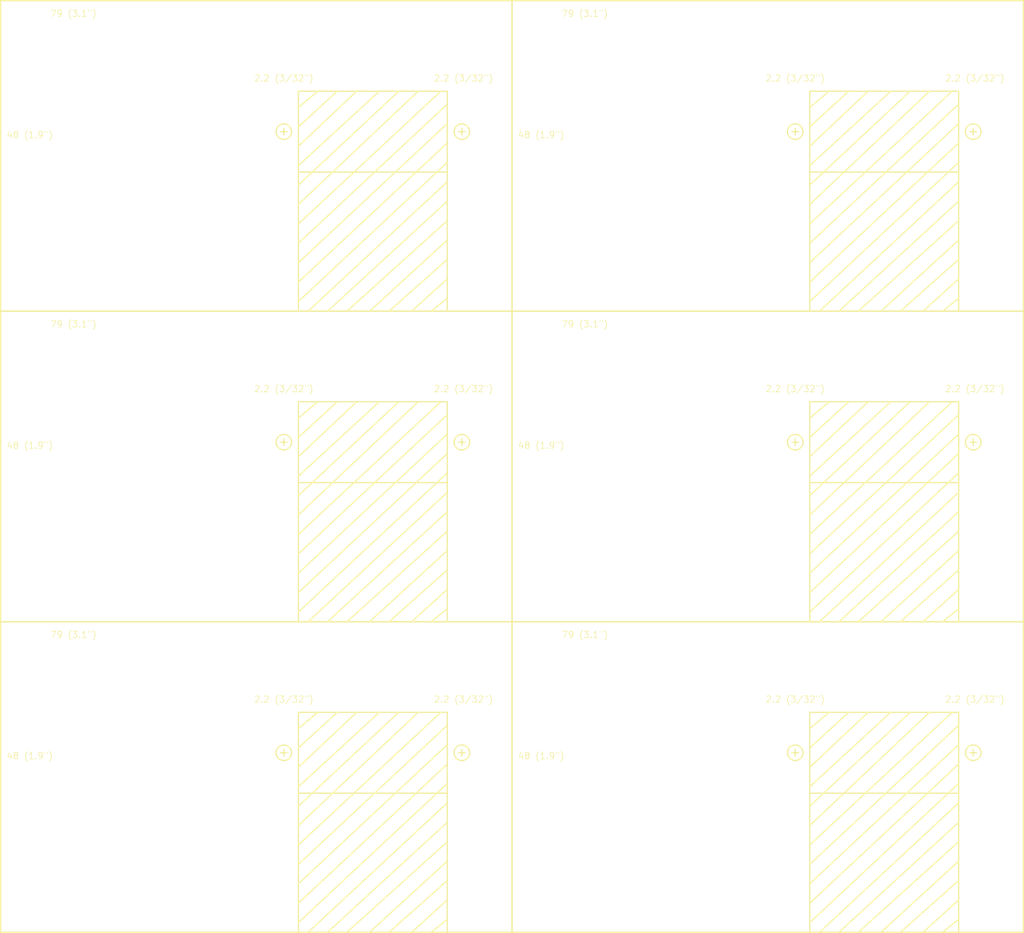
<source format=kicad_pcb>
(kicad_pcb (version 20171130) (host pcbnew "(5.0.0-rc2-dev-444-g2974a2c10)")

  (general
    (thickness 1.6)
    (drawings 532)
    (tracks 0)
    (zones 0)
    (modules 0)
    (nets 1)
  )

  (page USLetter)
  (title_block
    (title MCC_panels)
    (date 2020-04-23)
    (rev v00)
    (company "Cedar Grove Studios")
  )

  (layers
    (0 F.Cu signal)
    (31 B.Cu signal)
    (32 B.Adhes user hide)
    (33 F.Adhes user hide)
    (34 B.Paste user)
    (35 F.Paste user hide)
    (36 B.SilkS user)
    (37 F.SilkS user)
    (38 B.Mask user)
    (39 F.Mask user)
    (40 Dwgs.User user)
    (41 Cmts.User user hide)
    (42 Eco1.User user hide)
    (43 Eco2.User user hide)
    (44 Edge.Cuts user)
    (45 Margin user hide)
    (46 B.CrtYd user)
    (47 F.CrtYd user)
    (48 B.Fab user hide)
    (49 F.Fab user hide)
  )

  (setup
    (last_trace_width 0.1524)
    (trace_clearance 0.1524)
    (zone_clearance 0.254)
    (zone_45_only yes)
    (trace_min 0.1524)
    (segment_width 0.2)
    (edge_width 0.1)
    (via_size 0.6858)
    (via_drill 0.3302)
    (via_min_size 0.6858)
    (via_min_drill 0.3302)
    (uvia_size 0.6858)
    (uvia_drill 0.3302)
    (uvias_allowed no)
    (uvia_min_size 0.6858)
    (uvia_min_drill 0.3302)
    (pcb_text_width 0.3)
    (pcb_text_size 1.5 1.5)
    (mod_edge_width 0.15)
    (mod_text_size 1 1)
    (mod_text_width 0.15)
    (pad_size 1.5 1.5)
    (pad_drill 0.6)
    (pad_to_mask_clearance 0.0508)
    (aux_axis_origin 0 0)
    (visible_elements 7FFFFFFF)
    (pcbplotparams
      (layerselection 0x010fc_ffffffff)
      (usegerberextensions true)
      (usegerberattributes false)
      (usegerberadvancedattributes false)
      (creategerberjobfile false)
      (excludeedgelayer true)
      (linewidth 0.078740)
      (plotframeref false)
      (viasonmask false)
      (mode 1)
      (useauxorigin false)
      (hpglpennumber 1)
      (hpglpenspeed 20)
      (hpglpendiameter 0)
      (psnegative false)
      (psa4output false)
      (plotreference true)
      (plotvalue true)
      (plotinvisibletext false)
      (padsonsilk false)
      (subtractmaskfromsilk false)
      (outputformat 1)
      (mirror false)
      (drillshape 0)
      (scaleselection 1)
      (outputdirectory 2019-04-06_Range_Slicer_PCB-gerbers/))
  )

  (net 0 "")

  (net_class Default "This is the default net class."
    (clearance 0.1524)
    (trace_width 0.1524)
    (via_dia 0.6858)
    (via_drill 0.3302)
    (uvia_dia 0.6858)
    (uvia_drill 0.3302)
    (diff_pair_gap 0.1524)
    (diff_pair_width 0.1524)
  )

  (net_class Power ""
    (clearance 0.254)
    (trace_width 0.254)
    (via_dia 1.016)
    (via_drill 0.508)
    (uvia_dia 0.6858)
    (uvia_drill 0.3302)
    (diff_pair_gap 0.1524)
    (diff_pair_width 0.1524)
  )

  (gr_line (start 108.5 169) (end 187.5 169) (layer Dwgs.User) (width 0.2) (tstamp 5EA20ABA))
  (gr_line (start 108.5 169) (end 187.5 169) (layer F.SilkS) (width 0.2) (tstamp 5EA20AC9))
  (gr_line (start 187.5 169) (end 187.5 147.5) (layer Dwgs.User) (width 0.2) (tstamp 5EA20AB8))
  (gr_line (start 187.5 169) (end 187.5 121) (layer F.SilkS) (width 0.2) (tstamp 5EA20AC7))
  (gr_line (start 187.5 169) (end 108.5 169) (layer F.SilkS) (width 0.2) (tstamp 5EA20B06))
  (gr_line (start 75.5 152.5) (end 94 135) (layer F.SilkS) (width 0.2) (tstamp 5EA20BCC))
  (gr_line (start 75.5 158.5) (end 98.5 137) (layer F.SilkS) (width 0.2) (tstamp 5EA20BCB))
  (gr_line (start 75.5 146.5) (end 88 135) (layer F.SilkS) (width 0.2) (tstamp 5EA20BCA))
  (gr_line (start 75.5 149.5) (end 91 135) (layer F.SilkS) (width 0.2) (tstamp 5EA20BC9))
  (gr_line (start 75.5 161.5) (end 98.5 140) (layer F.SilkS) (width 0.2) (tstamp 5EA20BC8))
  (gr_line (start 75.5 155.5) (end 97.5 135) (layer F.SilkS) (width 0.2) (tstamp 5EA20BC7))
  (gr_line (start 75.5 164.5) (end 98.5 143) (layer F.SilkS) (width 0.2) (tstamp 5EA20BC6))
  (gr_line (start 75.5 140.5) (end 81.5 135) (layer F.SilkS) (width 0.2) (tstamp 5EA20BC5))
  (gr_line (start 75.5 143.5) (end 84.5 135) (layer F.SilkS) (width 0.2) (tstamp 5EA20BC4))
  (gr_text "2.2 (3/32\")" (at 180 133) (layer F.SilkS) (tstamp 5EA20BC1)
    (effects (font (size 1 1) (thickness 0.1)))
  )
  (gr_text "79 (3.1\")" (at 119.75 123) (layer F.SilkS) (tstamp 5EA20BC0)
    (effects (font (size 1 1) (thickness 0.1)))
  )
  (gr_text "2.2 (3/32\")" (at 152.25 133) (layer F.SilkS) (tstamp 5EA20BBF)
    (effects (font (size 1 1) (thickness 0.1)))
  )
  (gr_text "48 (1.9\")" (at 113 141.75) (layer F.SilkS) (tstamp 5EA20BBD)
    (effects (font (size 1 1) (thickness 0.1)))
  )
  (gr_line (start 108.5 169) (end 29.5 169) (layer F.SilkS) (width 0.2) (tstamp 5EA20BA6))
  (gr_line (start 75.5 137.5) (end 78.5 135) (layer F.SilkS) (width 0.2) (tstamp 5EA20B8D))
  (gr_line (start 98.5 149) (end 77 169) (layer F.SilkS) (width 0.2) (tstamp 5EA20B67))
  (gr_line (start 98.5 167) (end 96 169) (layer F.SilkS) (width 0.2) (tstamp 5EA20B66))
  (gr_line (start 98.5 161) (end 89.5 169) (layer F.SilkS) (width 0.2) (tstamp 5EA20B65))
  (gr_line (start 75.5 167.5) (end 98.5 146) (layer F.SilkS) (width 0.2) (tstamp 5EA20B64))
  (gr_line (start 98.5 164) (end 93 169) (layer F.SilkS) (width 0.2) (tstamp 5EA20B63))
  (gr_line (start 98.5 147.5) (end 98.5 169) (layer F.SilkS) (width 0.2) (tstamp 5EA20B62))
  (gr_line (start 98.5 155) (end 83 169) (layer F.SilkS) (width 0.2) (tstamp 5EA20B61))
  (gr_line (start 98.5 158) (end 86.5 169) (layer F.SilkS) (width 0.2) (tstamp 5EA20B60))
  (gr_line (start 98.5 152) (end 80 169) (layer F.SilkS) (width 0.2) (tstamp 5EA20B5F))
  (gr_line (start 75.5 147.5) (end 75.5 169) (layer F.SilkS) (width 0.2) (tstamp 5EA20B5E))
  (gr_text "79 (3.1\")" (at 40.75 123) (layer F.SilkS) (tstamp 5EA20B5D)
    (effects (font (size 1 1) (thickness 0.1)))
  )
  (gr_text "2.2 (3/32\")" (at 101 133) (layer F.SilkS) (tstamp 5EA20B5C)
    (effects (font (size 1 1) (thickness 0.1)))
  )
  (gr_text "48 (1.9\")" (at 34 141.75) (layer F.SilkS) (tstamp 5EA20B5B)
    (effects (font (size 1 1) (thickness 0.1)))
  )
  (gr_text "2.2 (3/32\")" (at 73.25 133) (layer F.SilkS) (tstamp 5EA20B5A)
    (effects (font (size 1 1) (thickness 0.1)))
  )
  (gr_line (start 29.5 169) (end 108.5 169) (layer Dwgs.User) (width 0.2) (tstamp 5EA20B59))
  (gr_line (start 108.5 147.5) (end 29.5 147.5) (layer Dwgs.User) (width 0.2) (tstamp 5EA20B58))
  (gr_line (start 108.5 121) (end 29.5 121) (layer F.SilkS) (width 0.2) (tstamp 5EA20B57))
  (gr_line (start 108.5 169) (end 108.5 121) (layer F.SilkS) (width 0.2) (tstamp 5EA20B56))
  (gr_line (start 98.5 147.5) (end 98.5 135) (layer Dwgs.User) (width 0.2) (tstamp 5EA20B55))
  (gr_line (start 29.5 147.5) (end 29.5 169) (layer Dwgs.User) (width 0.2) (tstamp 5EA20B54))
  (gr_line (start 108.5 169) (end 108.5 147.5) (layer Dwgs.User) (width 0.2) (tstamp 5EA20B53))
  (gr_line (start 29.5 121) (end 29.5 169) (layer F.SilkS) (width 0.2) (tstamp 5EA20B52))
  (gr_line (start 29.5 169) (end 108.5 169) (layer F.SilkS) (width 0.2) (tstamp 5EA20B51))
  (gr_line (start 98.5 135) (end 75.5 135) (layer Dwgs.User) (width 0.2) (tstamp 5EA20B50))
  (gr_line (start 103.5 135) (end 103.5 147.5) (layer Dwgs.User) (width 0.2) (tstamp 5EA20B4F))
  (gr_line (start 87 135) (end 87 141.25) (layer Dwgs.User) (width 0.2) (tstamp 5EA20B4E))
  (gr_line (start 73.25 140.75) (end 73.25 141.75) (layer Dwgs.User) (width 0.2) (tstamp 5EA20B4D))
  (gr_line (start 98.5 147.5) (end 75.5 147.5) (layer F.SilkS) (width 0.2) (tstamp 5EA20B4C))
  (gr_line (start 75.5 135) (end 75.5 147.5) (layer Dwgs.User) (width 0.2) (tstamp 5EA20B4B))
  (gr_circle (center 73.25 141.25) (end 74.45 141.25) (layer Dwgs.User) (width 0.2) (tstamp 5EA20B4A))
  (gr_circle (center 100.75 141.25) (end 101.95 141.25) (layer Dwgs.User) (width 0.2) (tstamp 5EA20B49))
  (gr_line (start 75.5 135) (end 98.5 135) (layer F.SilkS) (width 0.2) (tstamp 5EA20B48))
  (gr_line (start 100.75 140.75) (end 100.75 141.75) (layer F.SilkS) (width 0.2) (tstamp 5EA20B47))
  (gr_line (start 75.5 147.5) (end 98.5 147.5) (layer Dwgs.User) (width 0.2) (tstamp 5EA20B46))
  (gr_line (start 73.25 141.25) (end 87 141.25) (layer Dwgs.User) (width 0.2) (tstamp 5EA20B45))
  (gr_line (start 98.5 135) (end 98.5 147.5) (layer F.SilkS) (width 0.2) (tstamp 5EA20B44))
  (gr_line (start 103.5 147.5) (end 98.5 147.5) (layer Dwgs.User) (width 0.2) (tstamp 5EA20B43))
  (gr_circle (center 100.75 141.25) (end 101.95 141.25) (layer F.SilkS) (width 0.2) (tstamp 5EA20B42))
  (gr_line (start 87 141.25) (end 87 147.5) (layer Dwgs.User) (width 0.2) (tstamp 5EA20B41))
  (gr_line (start 72.75 141.25) (end 73.75 141.25) (layer F.SilkS) (width 0.2) (tstamp 5EA20B40))
  (gr_line (start 75.5 147.5) (end 75.5 135) (layer F.SilkS) (width 0.2) (tstamp 5EA20B3F))
  (gr_line (start 87 141.25) (end 100.75 141.25) (layer Dwgs.User) (width 0.2) (tstamp 5EA20B3E))
  (gr_circle (center 73.25 141.25) (end 74.45 141.25) (layer F.SilkS) (width 0.2) (tstamp 5EA20B3D))
  (gr_line (start 73.25 140.75) (end 73.25 141.75) (layer F.SilkS) (width 0.2) (tstamp 5EA20B3C))
  (gr_line (start 100.25 141.25) (end 101.25 141.25) (layer F.SilkS) (width 0.2) (tstamp 5EA20B3B))
  (gr_line (start 98.5 135) (end 103.5 135) (layer Dwgs.User) (width 0.2) (tstamp 5EA20B3A))
  (gr_line (start 44 164) (end 41.5 166) (layer Dwgs.User) (width 0.2) (tstamp 5EA20B39))
  (gr_line (start 70.5 147.5) (end 70.5 135) (layer Dwgs.User) (width 0.2) (tstamp 5EA20B38))
  (gr_line (start 44 150) (end 41.5 152) (layer Dwgs.User) (width 0.2) (tstamp 5EA20B37))
  (gr_line (start 70.5 135) (end 75.5 135) (layer Dwgs.User) (width 0.2) (tstamp 5EA20B36))
  (gr_line (start 41.5 159) (end 44 157) (layer Dwgs.User) (width 0.2) (tstamp 5EA20B35))
  (gr_line (start 44 154) (end 41.5 156) (layer Dwgs.User) (width 0.2) (tstamp 5EA20B34))
  (gr_line (start 75.5 147.5) (end 70.5 147.5) (layer Dwgs.User) (width 0.2) (tstamp 5EA20B33))
  (gr_line (start 41.5 150) (end 44 150) (layer Dwgs.User) (width 0.2) (tstamp 5EA20B32))
  (gr_line (start 44 166.5) (end 53 166.5) (layer Dwgs.User) (width 0.2) (tstamp 5EA20B31))
  (gr_line (start 41.5 153) (end 44 151) (layer Dwgs.User) (width 0.2) (tstamp 5EA20B30))
  (gr_line (start 44 156) (end 41.5 158) (layer Dwgs.User) (width 0.2) (tstamp 5EA20B2F))
  (gr_line (start 41.5 166.5) (end 44 166.5) (layer Dwgs.User) (width 0.2) (tstamp 5EA20B2E))
  (gr_line (start 41.5 152) (end 41.5 153) (layer Dwgs.User) (width 0.2) (tstamp 5EA20B2D))
  (gr_line (start 44 150) (end 44 166.5) (layer Dwgs.User) (width 0.2) (tstamp 5EA20B2C))
  (gr_line (start 41.5 157) (end 44 155) (layer Dwgs.User) (width 0.2) (tstamp 5EA20B2B))
  (gr_line (start 44 160) (end 41.5 162) (layer Dwgs.User) (width 0.2) (tstamp 5EA20B2A))
  (gr_line (start 44 150) (end 53 150) (layer Dwgs.User) (width 0.2) (tstamp 5EA20B29))
  (gr_line (start 44 152) (end 41.5 154) (layer Dwgs.User) (width 0.2) (tstamp 5EA20B28))
  (gr_line (start 41.5 163) (end 44 161) (layer Dwgs.User) (width 0.2) (tstamp 5EA20B27))
  (gr_line (start 41.5 147.5) (end 41.5 169) (layer Dwgs.User) (width 0.2) (tstamp 5EA20B26))
  (gr_line (start 41.5 155) (end 44 153) (layer Dwgs.User) (width 0.2) (tstamp 5EA20B25))
  (gr_line (start 44 158) (end 41.5 160) (layer Dwgs.User) (width 0.2) (tstamp 5EA20B24))
  (gr_line (start 41.5 161) (end 44 159) (layer Dwgs.User) (width 0.2) (tstamp 5EA20B23))
  (gr_line (start 154.5 143.5) (end 163.5 135) (layer F.SilkS) (width 0.2) (tstamp 5EA20B21))
  (gr_line (start 154.5 152.5) (end 173 135) (layer F.SilkS) (width 0.2) (tstamp 5EA20B20))
  (gr_line (start 154.5 158.5) (end 177.5 137) (layer F.SilkS) (width 0.2) (tstamp 5EA20B1B))
  (gr_line (start 154.5 155.5) (end 176.5 135) (layer F.SilkS) (width 0.2) (tstamp 5EA20B15))
  (gr_line (start 154.5 149.5) (end 170 135) (layer F.SilkS) (width 0.2) (tstamp 5EA20B13))
  (gr_line (start 154.5 146.5) (end 167 135) (layer F.SilkS) (width 0.2) (tstamp 5EA20B12))
  (gr_line (start 154.5 161.5) (end 177.5 140) (layer F.SilkS) (width 0.2) (tstamp 5EA20B11))
  (gr_line (start 154.5 164.5) (end 177.5 143) (layer F.SilkS) (width 0.2) (tstamp 5EA20B10))
  (gr_line (start 154.5 140.5) (end 160.5 135) (layer F.SilkS) (width 0.2) (tstamp 5EA20B0F))
  (gr_line (start 154.5 137.5) (end 157.5 135) (layer F.SilkS) (width 0.2) (tstamp 5EA20ACC))
  (gr_line (start 152.25 140.75) (end 152.25 141.75) (layer F.SilkS) (width 0.2) (tstamp 5EA20ACB))
  (gr_line (start 177.5 135) (end 182.5 135) (layer Dwgs.User) (width 0.2) (tstamp 5EA20ACA))
  (gr_line (start 177.5 155) (end 162 169) (layer F.SilkS) (width 0.2) (tstamp 5EA20AC8))
  (gr_line (start 108.5 147.5) (end 108.5 169) (layer Dwgs.User) (width 0.2) (tstamp 5EA20AC6))
  (gr_circle (center 179.75 141.25) (end 180.95 141.25) (layer F.SilkS) (width 0.2) (tstamp 5EA20AC5))
  (gr_line (start 177.5 167) (end 175 169) (layer F.SilkS) (width 0.2) (tstamp 5EA20AC4))
  (gr_line (start 182.5 135) (end 182.5 147.5) (layer Dwgs.User) (width 0.2) (tstamp 5EA20AC3))
  (gr_line (start 154.5 135) (end 154.5 147.5) (layer Dwgs.User) (width 0.2) (tstamp 5EA20AC2))
  (gr_line (start 177.5 161) (end 168.5 169) (layer F.SilkS) (width 0.2) (tstamp 5EA20AC1))
  (gr_line (start 177.5 164) (end 172 169) (layer F.SilkS) (width 0.2) (tstamp 5EA20AC0))
  (gr_line (start 177.5 147.5) (end 177.5 169) (layer F.SilkS) (width 0.2) (tstamp 5EA20ABF))
  (gr_line (start 177.5 152) (end 159 169) (layer F.SilkS) (width 0.2) (tstamp 5EA20ABE))
  (gr_line (start 151.75 141.25) (end 152.75 141.25) (layer F.SilkS) (width 0.2) (tstamp 5EA20ABD))
  (gr_circle (center 152.25 141.25) (end 153.45 141.25) (layer Dwgs.User) (width 0.2) (tstamp 5EA20ABC))
  (gr_line (start 154.5 147.5) (end 154.5 169) (layer F.SilkS) (width 0.2) (tstamp 5EA20ABB))
  (gr_circle (center 152.25 141.25) (end 153.45 141.25) (layer F.SilkS) (width 0.2) (tstamp 5EA20AB9))
  (gr_line (start 187.5 147.5) (end 108.5 147.5) (layer Dwgs.User) (width 0.2) (tstamp 5EA20AB7))
  (gr_line (start 179.25 141.25) (end 180.25 141.25) (layer F.SilkS) (width 0.2) (tstamp 5EA20AB6))
  (gr_circle (center 179.75 141.25) (end 180.95 141.25) (layer Dwgs.User) (width 0.2) (tstamp 5EA20AB5))
  (gr_line (start 187.5 121) (end 108.5 121) (layer F.SilkS) (width 0.2) (tstamp 5EA20AB4))
  (gr_line (start 154.5 135) (end 177.5 135) (layer F.SilkS) (width 0.2) (tstamp 5EA20AB3))
  (gr_line (start 166 141.25) (end 179.75 141.25) (layer Dwgs.User) (width 0.2) (tstamp 5EA20AB2))
  (gr_line (start 177.5 147.5) (end 177.5 135) (layer Dwgs.User) (width 0.2) (tstamp 5EA20AB1))
  (gr_line (start 179.75 140.75) (end 179.75 141.75) (layer F.SilkS) (width 0.2) (tstamp 5EA20AB0))
  (gr_line (start 177.5 135) (end 177.5 147.5) (layer F.SilkS) (width 0.2) (tstamp 5EA20AAF))
  (gr_line (start 182.5 147.5) (end 177.5 147.5) (layer Dwgs.User) (width 0.2) (tstamp 5EA20AAE))
  (gr_line (start 123 164) (end 120.5 166) (layer Dwgs.User) (width 0.2) (tstamp 5EA20AAD))
  (gr_line (start 152.25 141.25) (end 166 141.25) (layer Dwgs.User) (width 0.2) (tstamp 5EA20AAC))
  (gr_line (start 166 141.25) (end 166 147.5) (layer Dwgs.User) (width 0.2) (tstamp 5EA20AAB))
  (gr_line (start 154.5 147.5) (end 177.5 147.5) (layer Dwgs.User) (width 0.2) (tstamp 5EA20AAA))
  (gr_line (start 166 135) (end 166 141.25) (layer Dwgs.User) (width 0.2) (tstamp 5EA20AA9))
  (gr_line (start 108.5 121) (end 108.5 169) (layer F.SilkS) (width 0.2) (tstamp 5EA20AA8))
  (gr_line (start 154.5 147.5) (end 154.5 135) (layer F.SilkS) (width 0.2) (tstamp 5EA20AA7))
  (gr_line (start 177.5 158) (end 165.5 169) (layer F.SilkS) (width 0.2) (tstamp 5EA20AA6))
  (gr_line (start 177.5 135) (end 154.5 135) (layer Dwgs.User) (width 0.2) (tstamp 5EA20AA3))
  (gr_line (start 177.5 149) (end 156 169) (layer F.SilkS) (width 0.2) (tstamp 5EA20AA1))
  (gr_line (start 152.25 140.75) (end 152.25 141.75) (layer Dwgs.User) (width 0.2) (tstamp 5EA20AA0))
  (gr_line (start 154.5 167.5) (end 177.5 146) (layer F.SilkS) (width 0.2) (tstamp 5EA20A9F))
  (gr_line (start 177.5 147.5) (end 154.5 147.5) (layer F.SilkS) (width 0.2) (tstamp 5EA20A9E))
  (gr_line (start 120.5 166.5) (end 123 166.5) (layer Dwgs.User) (width 0.2) (tstamp 5EA20A9D))
  (gr_line (start 120.5 161) (end 123 159) (layer Dwgs.User) (width 0.2) (tstamp 5EA20A9C))
  (gr_line (start 120.5 150) (end 123 150) (layer Dwgs.User) (width 0.2) (tstamp 5EA20A9B))
  (gr_line (start 123 150) (end 120.5 152) (layer Dwgs.User) (width 0.2) (tstamp 5EA20A9A))
  (gr_line (start 149.5 147.5) (end 149.5 135) (layer Dwgs.User) (width 0.2) (tstamp 5EA20A99))
  (gr_line (start 149.5 135) (end 154.5 135) (layer Dwgs.User) (width 0.2) (tstamp 5EA20A98))
  (gr_line (start 120.5 152) (end 120.5 153) (layer Dwgs.User) (width 0.2) (tstamp 5EA20A97))
  (gr_line (start 123 152) (end 120.5 154) (layer Dwgs.User) (width 0.2) (tstamp 5EA20A96))
  (gr_line (start 122.5 166.5) (end 123 166) (layer Dwgs.User) (width 0.2) (tstamp 5EA20A95))
  (gr_line (start 120.5 151) (end 121.75 150) (layer Dwgs.User) (width 0.2) (tstamp 5EA20A94))
  (gr_line (start 120.5 153) (end 123 151) (layer Dwgs.User) (width 0.2) (tstamp 5EA20A93))
  (gr_line (start 120.5 159) (end 123 157) (layer Dwgs.User) (width 0.2) (tstamp 5EA20A92))
  (gr_line (start 120.5 147.5) (end 120.5 169) (layer Dwgs.User) (width 0.2) (tstamp 5EA20A91))
  (gr_line (start 123 162) (end 120.5 164) (layer Dwgs.User) (width 0.2) (tstamp 5EA20A90))
  (gr_line (start 120.5 157) (end 123 155) (layer Dwgs.User) (width 0.2) (tstamp 5EA20A8F))
  (gr_line (start 120.5 163) (end 123 161) (layer Dwgs.User) (width 0.2) (tstamp 5EA20A8E))
  (gr_line (start 123 160) (end 120.5 162) (layer Dwgs.User) (width 0.2) (tstamp 5EA20A8D))
  (gr_line (start 154.5 147.5) (end 149.5 147.5) (layer Dwgs.User) (width 0.2) (tstamp 5EA20A8C))
  (gr_line (start 123 166.5) (end 132 166.5) (layer Dwgs.User) (width 0.2) (tstamp 5EA20A8B))
  (gr_line (start 123 158) (end 120.5 160) (layer Dwgs.User) (width 0.2) (tstamp 5EA20A8A))
  (gr_line (start 120.5 165) (end 123 163) (layer Dwgs.User) (width 0.2) (tstamp 5EA20A89))
  (gr_line (start 123 154) (end 120.5 156) (layer Dwgs.User) (width 0.2) (tstamp 5EA20A88))
  (gr_line (start 123 156) (end 120.5 158) (layer Dwgs.User) (width 0.2) (tstamp 5EA20A87))
  (gr_line (start 123 150) (end 123 166.5) (layer Dwgs.User) (width 0.2) (tstamp 5EA20A86))
  (gr_line (start 120.5 155) (end 123 153) (layer Dwgs.User) (width 0.2) (tstamp 5EA20A85))
  (gr_line (start 123 150) (end 132 150) (layer Dwgs.User) (width 0.2) (tstamp 5EA20A84))
  (gr_line (start 121.25 166.5) (end 123 165) (layer Dwgs.User) (width 0.2) (tstamp 5EA20A83))
  (gr_line (start 43.5 166.5) (end 44 166) (layer Dwgs.User) (width 0.2) (tstamp 5EA20A81))
  (gr_line (start 41.5 165) (end 44 163) (layer Dwgs.User) (width 0.2) (tstamp 5EA20A80))
  (gr_line (start 44 162) (end 41.5 164) (layer Dwgs.User) (width 0.2) (tstamp 5EA20A7F))
  (gr_line (start 41.5 151) (end 42.75 150) (layer Dwgs.User) (width 0.2) (tstamp 5EA20A7E))
  (gr_line (start 42.25 166.5) (end 44 165) (layer Dwgs.User) (width 0.2) (tstamp 5EA20A7D))
  (gr_line (start 154.5 56.5) (end 173 39) (layer F.SilkS) (width 0.2) (tstamp 5EA209D4))
  (gr_line (start 154.5 62.5) (end 177.5 41) (layer F.SilkS) (width 0.2) (tstamp 5EA209D3))
  (gr_line (start 154.5 50.5) (end 167 39) (layer F.SilkS) (width 0.2) (tstamp 5EA209D2))
  (gr_line (start 154.5 53.5) (end 170 39) (layer F.SilkS) (width 0.2) (tstamp 5EA209D1))
  (gr_line (start 154.5 65.5) (end 177.5 44) (layer F.SilkS) (width 0.2) (tstamp 5EA209D0))
  (gr_line (start 154.5 59.5) (end 176.5 39) (layer F.SilkS) (width 0.2) (tstamp 5EA209CF))
  (gr_line (start 154.5 68.5) (end 177.5 47) (layer F.SilkS) (width 0.2) (tstamp 5EA209CE))
  (gr_line (start 154.5 44.5) (end 160.5 39) (layer F.SilkS) (width 0.2) (tstamp 5EA209CD))
  (gr_line (start 154.5 47.5) (end 163.5 39) (layer F.SilkS) (width 0.2) (tstamp 5EA209CC))
  (gr_text "48 (1.9\")" (at 113 93.75) (layer F.SilkS) (tstamp 5EA209CB)
    (effects (font (size 1 1) (thickness 0.1)))
  )
  (gr_text "79 (3.1\")" (at 119.75 75) (layer F.SilkS) (tstamp 5EA209CA)
    (effects (font (size 1 1) (thickness 0.1)))
  )
  (gr_text "2.2 (3/32\")" (at 180 85) (layer F.SilkS) (tstamp 5EA209C9)
    (effects (font (size 1 1) (thickness 0.1)))
  )
  (gr_line (start 177.5 104) (end 159 121) (layer F.SilkS) (width 0.2) (tstamp 5EA209C8))
  (gr_line (start 154.5 99.5) (end 154.5 121) (layer F.SilkS) (width 0.2) (tstamp 5EA209C7))
  (gr_line (start 166 87) (end 166 93.25) (layer Dwgs.User) (width 0.2) (tstamp 5EA209C6))
  (gr_line (start 154.5 101.5) (end 170 87) (layer F.SilkS) (width 0.2) (tstamp 5EA209C5))
  (gr_line (start 179.75 92.75) (end 179.75 93.75) (layer F.SilkS) (width 0.2) (tstamp 5EA209C4))
  (gr_line (start 154.5 104.5) (end 173 87) (layer F.SilkS) (width 0.2) (tstamp 5EA209C3))
  (gr_line (start 154.5 110.5) (end 177.5 89) (layer F.SilkS) (width 0.2) (tstamp 5EA209C2))
  (gr_line (start 187.5 99.5) (end 108.5 99.5) (layer Dwgs.User) (width 0.2) (tstamp 5EA209C1))
  (gr_line (start 182.5 99.5) (end 177.5 99.5) (layer Dwgs.User) (width 0.2) (tstamp 5EA209C0))
  (gr_circle (center 179.75 93.25) (end 180.95 93.25) (layer Dwgs.User) (width 0.2) (tstamp 5EA209BF))
  (gr_line (start 152.25 92.75) (end 152.25 93.75) (layer Dwgs.User) (width 0.2) (tstamp 5EA209BE))
  (gr_line (start 154.5 116.5) (end 177.5 95) (layer F.SilkS) (width 0.2) (tstamp 5EA209BD))
  (gr_line (start 177.5 101) (end 156 121) (layer F.SilkS) (width 0.2) (tstamp 5EA209BC))
  (gr_line (start 177.5 119) (end 175 121) (layer F.SilkS) (width 0.2) (tstamp 5EA209BB))
  (gr_line (start 187.5 121) (end 187.5 73) (layer F.SilkS) (width 0.2) (tstamp 5EA209BA))
  (gr_line (start 154.5 119.5) (end 177.5 98) (layer F.SilkS) (width 0.2) (tstamp 5EA209B9))
  (gr_line (start 177.5 107) (end 162 121) (layer F.SilkS) (width 0.2) (tstamp 5EA209B8))
  (gr_circle (center 152.25 93.25) (end 153.45 93.25) (layer Dwgs.User) (width 0.2) (tstamp 5EA209B7))
  (gr_line (start 187.5 73) (end 108.5 73) (layer F.SilkS) (width 0.2) (tstamp 5EA209B6))
  (gr_line (start 108.5 73) (end 108.5 121) (layer F.SilkS) (width 0.2) (tstamp 5EA209B5))
  (gr_line (start 108.5 121) (end 187.5 121) (layer F.SilkS) (width 0.2) (tstamp 5EA209B4))
  (gr_line (start 182.5 87) (end 182.5 99.5) (layer Dwgs.User) (width 0.2) (tstamp 5EA209B3))
  (gr_line (start 177.5 87) (end 177.5 99.5) (layer F.SilkS) (width 0.2) (tstamp 5EA209B2))
  (gr_line (start 154.5 98.5) (end 167 87) (layer F.SilkS) (width 0.2) (tstamp 5EA209B1))
  (gr_line (start 177.5 99.5) (end 177.5 121) (layer F.SilkS) (width 0.2) (tstamp 5EA209B0))
  (gr_line (start 108.5 121) (end 187.5 121) (layer Dwgs.User) (width 0.2) (tstamp 5EA209AF))
  (gr_line (start 154.5 107.5) (end 176.5 87) (layer F.SilkS) (width 0.2) (tstamp 5EA209AE))
  (gr_line (start 177.5 99.5) (end 154.5 99.5) (layer F.SilkS) (width 0.2) (tstamp 5EA209AD))
  (gr_line (start 154.5 92.5) (end 160.5 87) (layer F.SilkS) (width 0.2) (tstamp 5EA209AC))
  (gr_line (start 177.5 110) (end 165.5 121) (layer F.SilkS) (width 0.2) (tstamp 5EA209AB))
  (gr_line (start 177.5 87) (end 154.5 87) (layer Dwgs.User) (width 0.2) (tstamp 5EA209AA))
  (gr_line (start 154.5 87) (end 177.5 87) (layer F.SilkS) (width 0.2) (tstamp 5EA209A9))
  (gr_line (start 152.25 93.25) (end 166 93.25) (layer Dwgs.User) (width 0.2) (tstamp 5EA209A8))
  (gr_line (start 177.5 116) (end 172 121) (layer F.SilkS) (width 0.2) (tstamp 5EA209A7))
  (gr_line (start 154.5 99.5) (end 177.5 99.5) (layer Dwgs.User) (width 0.2) (tstamp 5EA209A6))
  (gr_line (start 108.5 99.5) (end 108.5 121) (layer Dwgs.User) (width 0.2) (tstamp 5EA209A5))
  (gr_line (start 177.5 99.5) (end 177.5 87) (layer Dwgs.User) (width 0.2) (tstamp 5EA209A4))
  (gr_line (start 187.5 121) (end 187.5 99.5) (layer Dwgs.User) (width 0.2) (tstamp 5EA209A3))
  (gr_line (start 177.5 113) (end 168.5 121) (layer F.SilkS) (width 0.2) (tstamp 5EA209A2))
  (gr_line (start 154.5 113.5) (end 177.5 92) (layer F.SilkS) (width 0.2) (tstamp 5EA209A1))
  (gr_line (start 154.5 95.5) (end 163.5 87) (layer F.SilkS) (width 0.2) (tstamp 5EA209A0))
  (gr_line (start 154.5 87) (end 154.5 99.5) (layer Dwgs.User) (width 0.2) (tstamp 5EA2099F))
  (gr_line (start 154.5 89.5) (end 157.5 87) (layer F.SilkS) (width 0.2) (tstamp 5EA2099E))
  (gr_line (start 154.5 41.5) (end 157.5 39) (layer F.SilkS) (width 0.2) (tstamp 5EA2099D))
  (gr_line (start 120.5 103) (end 121.75 102) (layer Dwgs.User) (width 0.2) (tstamp 5EA2099C))
  (gr_line (start 123 108) (end 120.5 110) (layer Dwgs.User) (width 0.2) (tstamp 5EA2099B))
  (gr_line (start 123 106) (end 120.5 108) (layer Dwgs.User) (width 0.2) (tstamp 5EA2099A))
  (gr_line (start 121.25 118.5) (end 123 117) (layer Dwgs.User) (width 0.2) (tstamp 5EA20999))
  (gr_line (start 123 104) (end 120.5 106) (layer Dwgs.User) (width 0.2) (tstamp 5EA20998))
  (gr_line (start 120.5 117) (end 123 115) (layer Dwgs.User) (width 0.2) (tstamp 5EA20997))
  (gr_line (start 120.5 109) (end 123 107) (layer Dwgs.User) (width 0.2) (tstamp 5EA20996))
  (gr_line (start 120.5 104) (end 120.5 105) (layer Dwgs.User) (width 0.2) (tstamp 5EA20995))
  (gr_circle (center 152.25 93.25) (end 153.45 93.25) (layer F.SilkS) (width 0.2) (tstamp 5EA20994))
  (gr_line (start 152.25 92.75) (end 152.25 93.75) (layer F.SilkS) (width 0.2) (tstamp 5EA20993))
  (gr_circle (center 179.75 93.25) (end 180.95 93.25) (layer F.SilkS) (width 0.2) (tstamp 5EA20992))
  (gr_line (start 166 93.25) (end 166 99.5) (layer Dwgs.User) (width 0.2) (tstamp 5EA20991))
  (gr_line (start 149.5 87) (end 154.5 87) (layer Dwgs.User) (width 0.2) (tstamp 5EA20990))
  (gr_line (start 120.5 102) (end 123 102) (layer Dwgs.User) (width 0.2) (tstamp 5EA2098F))
  (gr_line (start 123 114) (end 120.5 116) (layer Dwgs.User) (width 0.2) (tstamp 5EA2098E))
  (gr_line (start 166 93.25) (end 179.75 93.25) (layer Dwgs.User) (width 0.2) (tstamp 5EA2098D))
  (gr_line (start 177.5 87) (end 182.5 87) (layer Dwgs.User) (width 0.2) (tstamp 5EA2098C))
  (gr_line (start 154.5 99.5) (end 154.5 87) (layer F.SilkS) (width 0.2) (tstamp 5EA2098B))
  (gr_line (start 179.25 93.25) (end 180.25 93.25) (layer F.SilkS) (width 0.2) (tstamp 5EA2098A))
  (gr_line (start 123 116) (end 120.5 118) (layer Dwgs.User) (width 0.2) (tstamp 5EA20989))
  (gr_line (start 123 102) (end 123 118.5) (layer Dwgs.User) (width 0.2) (tstamp 5EA20988))
  (gr_line (start 120.5 107) (end 123 105) (layer Dwgs.User) (width 0.2) (tstamp 5EA20987))
  (gr_line (start 120.5 115) (end 123 113) (layer Dwgs.User) (width 0.2) (tstamp 5EA20986))
  (gr_line (start 120.5 111) (end 123 109) (layer Dwgs.User) (width 0.2) (tstamp 5EA20985))
  (gr_line (start 123 118.5) (end 132 118.5) (layer Dwgs.User) (width 0.2) (tstamp 5EA20984))
  (gr_line (start 120.5 113) (end 123 111) (layer Dwgs.User) (width 0.2) (tstamp 5EA20983))
  (gr_line (start 122.5 118.5) (end 123 118) (layer Dwgs.User) (width 0.2) (tstamp 5EA20982))
  (gr_line (start 123 110) (end 120.5 112) (layer Dwgs.User) (width 0.2) (tstamp 5EA20981))
  (gr_line (start 151.75 93.25) (end 152.75 93.25) (layer F.SilkS) (width 0.2) (tstamp 5EA20980))
  (gr_line (start 149.5 99.5) (end 149.5 87) (layer Dwgs.User) (width 0.2) (tstamp 5EA2097F))
  (gr_line (start 123 112) (end 120.5 114) (layer Dwgs.User) (width 0.2) (tstamp 5EA2097E))
  (gr_line (start 123 102) (end 120.5 104) (layer Dwgs.User) (width 0.2) (tstamp 5EA2097D))
  (gr_line (start 154.5 99.5) (end 149.5 99.5) (layer Dwgs.User) (width 0.2) (tstamp 5EA2097C))
  (gr_line (start 120.5 105) (end 123 103) (layer Dwgs.User) (width 0.2) (tstamp 5EA2097B))
  (gr_line (start 120.5 118.5) (end 123 118.5) (layer Dwgs.User) (width 0.2) (tstamp 5EA2097A))
  (gr_line (start 123 102) (end 132 102) (layer Dwgs.User) (width 0.2) (tstamp 5EA20979))
  (gr_line (start 120.5 99.5) (end 120.5 121) (layer Dwgs.User) (width 0.2) (tstamp 5EA20978))
  (gr_line (start 177.5 53) (end 156 73) (layer F.SilkS) (width 0.2) (tstamp 5EA20977))
  (gr_line (start 177.5 71) (end 175 73) (layer F.SilkS) (width 0.2) (tstamp 5EA20976))
  (gr_line (start 177.5 65) (end 168.5 73) (layer F.SilkS) (width 0.2) (tstamp 5EA20975))
  (gr_line (start 154.5 71.5) (end 177.5 50) (layer F.SilkS) (width 0.2) (tstamp 5EA20974))
  (gr_line (start 177.5 68) (end 172 73) (layer F.SilkS) (width 0.2) (tstamp 5EA20973))
  (gr_line (start 177.5 51.5) (end 177.5 73) (layer F.SilkS) (width 0.2) (tstamp 5EA20972))
  (gr_line (start 177.5 59) (end 162 73) (layer F.SilkS) (width 0.2) (tstamp 5EA20971))
  (gr_line (start 177.5 62) (end 165.5 73) (layer F.SilkS) (width 0.2) (tstamp 5EA20970))
  (gr_line (start 177.5 56) (end 159 73) (layer F.SilkS) (width 0.2) (tstamp 5EA2096F))
  (gr_line (start 154.5 51.5) (end 154.5 73) (layer F.SilkS) (width 0.2) (tstamp 5EA2096E))
  (gr_text "79 (3.1\")" (at 119.75 27) (layer F.SilkS) (tstamp 5EA2096D)
    (effects (font (size 1 1) (thickness 0.1)))
  )
  (gr_text "2.2 (3/32\")" (at 180 37) (layer F.SilkS) (tstamp 5EA2096C)
    (effects (font (size 1 1) (thickness 0.1)))
  )
  (gr_text "48 (1.9\")" (at 113 45.75) (layer F.SilkS) (tstamp 5EA2096B)
    (effects (font (size 1 1) (thickness 0.1)))
  )
  (gr_text "2.2 (3/32\")" (at 152.25 37) (layer F.SilkS) (tstamp 5EA2096A)
    (effects (font (size 1 1) (thickness 0.1)))
  )
  (gr_line (start 108.5 73) (end 187.5 73) (layer Dwgs.User) (width 0.2) (tstamp 5EA20969))
  (gr_line (start 187.5 51.5) (end 108.5 51.5) (layer Dwgs.User) (width 0.2) (tstamp 5EA20968))
  (gr_line (start 187.5 25) (end 108.5 25) (layer F.SilkS) (width 0.2) (tstamp 5EA20967))
  (gr_line (start 187.5 73) (end 187.5 25) (layer F.SilkS) (width 0.2) (tstamp 5EA20966))
  (gr_line (start 177.5 51.5) (end 177.5 39) (layer Dwgs.User) (width 0.2) (tstamp 5EA20965))
  (gr_line (start 108.5 51.5) (end 108.5 73) (layer Dwgs.User) (width 0.2) (tstamp 5EA20964))
  (gr_line (start 187.5 73) (end 187.5 51.5) (layer Dwgs.User) (width 0.2) (tstamp 5EA20963))
  (gr_line (start 108.5 25) (end 108.5 73) (layer F.SilkS) (width 0.2) (tstamp 5EA20962))
  (gr_line (start 108.5 73) (end 187.5 73) (layer F.SilkS) (width 0.2) (tstamp 5EA20961))
  (gr_line (start 177.5 39) (end 154.5 39) (layer Dwgs.User) (width 0.2) (tstamp 5EA20960))
  (gr_line (start 182.5 39) (end 182.5 51.5) (layer Dwgs.User) (width 0.2) (tstamp 5EA2095F))
  (gr_line (start 166 39) (end 166 45.25) (layer Dwgs.User) (width 0.2) (tstamp 5EA2095E))
  (gr_line (start 152.25 44.75) (end 152.25 45.75) (layer Dwgs.User) (width 0.2) (tstamp 5EA2095D))
  (gr_line (start 177.5 51.5) (end 154.5 51.5) (layer F.SilkS) (width 0.2) (tstamp 5EA2095C))
  (gr_line (start 154.5 39) (end 154.5 51.5) (layer Dwgs.User) (width 0.2) (tstamp 5EA2095B))
  (gr_circle (center 152.25 45.25) (end 153.45 45.25) (layer Dwgs.User) (width 0.2) (tstamp 5EA2095A))
  (gr_circle (center 179.75 45.25) (end 180.95 45.25) (layer Dwgs.User) (width 0.2) (tstamp 5EA20959))
  (gr_line (start 154.5 39) (end 177.5 39) (layer F.SilkS) (width 0.2) (tstamp 5EA20958))
  (gr_line (start 179.75 44.75) (end 179.75 45.75) (layer F.SilkS) (width 0.2) (tstamp 5EA20957))
  (gr_line (start 154.5 51.5) (end 177.5 51.5) (layer Dwgs.User) (width 0.2) (tstamp 5EA20956))
  (gr_line (start 152.25 45.25) (end 166 45.25) (layer Dwgs.User) (width 0.2) (tstamp 5EA20955))
  (gr_line (start 177.5 39) (end 177.5 51.5) (layer F.SilkS) (width 0.2) (tstamp 5EA20954))
  (gr_line (start 182.5 51.5) (end 177.5 51.5) (layer Dwgs.User) (width 0.2) (tstamp 5EA20953))
  (gr_circle (center 179.75 45.25) (end 180.95 45.25) (layer F.SilkS) (width 0.2) (tstamp 5EA20952))
  (gr_line (start 166 45.25) (end 166 51.5) (layer Dwgs.User) (width 0.2) (tstamp 5EA20951))
  (gr_line (start 151.75 45.25) (end 152.75 45.25) (layer F.SilkS) (width 0.2) (tstamp 5EA20950))
  (gr_line (start 154.5 51.5) (end 154.5 39) (layer F.SilkS) (width 0.2) (tstamp 5EA2094F))
  (gr_line (start 166 45.25) (end 179.75 45.25) (layer Dwgs.User) (width 0.2) (tstamp 5EA2094E))
  (gr_circle (center 152.25 45.25) (end 153.45 45.25) (layer F.SilkS) (width 0.2) (tstamp 5EA2094D))
  (gr_line (start 152.25 44.75) (end 152.25 45.75) (layer F.SilkS) (width 0.2) (tstamp 5EA2094C))
  (gr_line (start 179.25 45.25) (end 180.25 45.25) (layer F.SilkS) (width 0.2) (tstamp 5EA2094B))
  (gr_line (start 177.5 39) (end 182.5 39) (layer Dwgs.User) (width 0.2) (tstamp 5EA2094A))
  (gr_line (start 123 68) (end 120.5 70) (layer Dwgs.User) (width 0.2) (tstamp 5EA20949))
  (gr_line (start 149.5 51.5) (end 149.5 39) (layer Dwgs.User) (width 0.2) (tstamp 5EA20948))
  (gr_line (start 123 54) (end 120.5 56) (layer Dwgs.User) (width 0.2) (tstamp 5EA20947))
  (gr_line (start 149.5 39) (end 154.5 39) (layer Dwgs.User) (width 0.2) (tstamp 5EA20946))
  (gr_line (start 120.5 63) (end 123 61) (layer Dwgs.User) (width 0.2) (tstamp 5EA20945))
  (gr_line (start 123 58) (end 120.5 60) (layer Dwgs.User) (width 0.2) (tstamp 5EA20944))
  (gr_line (start 154.5 51.5) (end 149.5 51.5) (layer Dwgs.User) (width 0.2) (tstamp 5EA20943))
  (gr_line (start 120.5 54) (end 123 54) (layer Dwgs.User) (width 0.2) (tstamp 5EA20942))
  (gr_line (start 123 70.5) (end 132 70.5) (layer Dwgs.User) (width 0.2) (tstamp 5EA20941))
  (gr_line (start 120.5 57) (end 123 55) (layer Dwgs.User) (width 0.2) (tstamp 5EA20940))
  (gr_line (start 123 60) (end 120.5 62) (layer Dwgs.User) (width 0.2) (tstamp 5EA2093F))
  (gr_line (start 120.5 70.5) (end 123 70.5) (layer Dwgs.User) (width 0.2) (tstamp 5EA2093E))
  (gr_line (start 120.5 56) (end 120.5 57) (layer Dwgs.User) (width 0.2) (tstamp 5EA2093D))
  (gr_line (start 123 54) (end 123 70.5) (layer Dwgs.User) (width 0.2) (tstamp 5EA2093C))
  (gr_line (start 120.5 61) (end 123 59) (layer Dwgs.User) (width 0.2) (tstamp 5EA2093B))
  (gr_line (start 123 64) (end 120.5 66) (layer Dwgs.User) (width 0.2) (tstamp 5EA2093A))
  (gr_line (start 123 54) (end 132 54) (layer Dwgs.User) (width 0.2) (tstamp 5EA20939))
  (gr_line (start 123 56) (end 120.5 58) (layer Dwgs.User) (width 0.2) (tstamp 5EA20938))
  (gr_line (start 120.5 67) (end 123 65) (layer Dwgs.User) (width 0.2) (tstamp 5EA20937))
  (gr_line (start 120.5 51.5) (end 120.5 73) (layer Dwgs.User) (width 0.2) (tstamp 5EA20936))
  (gr_line (start 120.5 59) (end 123 57) (layer Dwgs.User) (width 0.2) (tstamp 5EA20935))
  (gr_line (start 123 62) (end 120.5 64) (layer Dwgs.User) (width 0.2) (tstamp 5EA20934))
  (gr_line (start 120.5 65) (end 123 63) (layer Dwgs.User) (width 0.2) (tstamp 5EA20933))
  (gr_text "2.2 (3/32\")" (at 152.25 85) (layer F.SilkS) (tstamp 5EA20932)
    (effects (font (size 1 1) (thickness 0.1)))
  )
  (gr_line (start 122.5 70.5) (end 123 70) (layer Dwgs.User) (width 0.2) (tstamp 5EA20931))
  (gr_line (start 120.5 69) (end 123 67) (layer Dwgs.User) (width 0.2) (tstamp 5EA20930))
  (gr_line (start 123 66) (end 120.5 68) (layer Dwgs.User) (width 0.2) (tstamp 5EA2092F))
  (gr_line (start 120.5 55) (end 121.75 54) (layer Dwgs.User) (width 0.2) (tstamp 5EA2092E))
  (gr_line (start 121.25 70.5) (end 123 69) (layer Dwgs.User) (width 0.2) (tstamp 5EA2092D))
  (gr_line (start 75.5 104.5) (end 94 87) (layer F.SilkS) (width 0.2) (tstamp 5EA20788))
  (gr_line (start 75.5 110.5) (end 98.5 89) (layer F.SilkS) (width 0.2) (tstamp 5EA20787))
  (gr_line (start 75.5 98.5) (end 88 87) (layer F.SilkS) (width 0.2) (tstamp 5EA20786))
  (gr_line (start 75.5 101.5) (end 91 87) (layer F.SilkS) (width 0.2) (tstamp 5EA20785))
  (gr_line (start 75.5 113.5) (end 98.5 92) (layer F.SilkS) (width 0.2) (tstamp 5EA20784))
  (gr_line (start 75.5 107.5) (end 97.5 87) (layer F.SilkS) (width 0.2) (tstamp 5EA20783))
  (gr_line (start 75.5 116.5) (end 98.5 95) (layer F.SilkS) (width 0.2) (tstamp 5EA20782))
  (gr_line (start 75.5 92.5) (end 81.5 87) (layer F.SilkS) (width 0.2) (tstamp 5EA20781))
  (gr_line (start 75.5 95.5) (end 84.5 87) (layer F.SilkS) (width 0.2) (tstamp 5EA20780))
  (gr_line (start 75.5 89.5) (end 78.5 87) (layer F.SilkS) (width 0.2) (tstamp 5EA2077F))
  (gr_line (start 98.5 101) (end 77 121) (layer F.SilkS) (width 0.2) (tstamp 5EA2077E))
  (gr_line (start 98.5 119) (end 96 121) (layer F.SilkS) (width 0.2) (tstamp 5EA2077D))
  (gr_line (start 98.5 113) (end 89.5 121) (layer F.SilkS) (width 0.2) (tstamp 5EA2077C))
  (gr_line (start 75.5 119.5) (end 98.5 98) (layer F.SilkS) (width 0.2) (tstamp 5EA2077B))
  (gr_line (start 98.5 116) (end 93 121) (layer F.SilkS) (width 0.2) (tstamp 5EA2077A))
  (gr_line (start 98.5 99.5) (end 98.5 121) (layer F.SilkS) (width 0.2) (tstamp 5EA20779))
  (gr_line (start 98.5 107) (end 83 121) (layer F.SilkS) (width 0.2) (tstamp 5EA20778))
  (gr_line (start 98.5 110) (end 86.5 121) (layer F.SilkS) (width 0.2) (tstamp 5EA20777))
  (gr_line (start 98.5 104) (end 80 121) (layer F.SilkS) (width 0.2) (tstamp 5EA20776))
  (gr_line (start 75.5 99.5) (end 75.5 121) (layer F.SilkS) (width 0.2) (tstamp 5EA20775))
  (gr_text "79 (3.1\")" (at 40.75 75) (layer F.SilkS) (tstamp 5EA20774)
    (effects (font (size 1 1) (thickness 0.1)))
  )
  (gr_text "2.2 (3/32\")" (at 101 85) (layer F.SilkS) (tstamp 5EA20773)
    (effects (font (size 1 1) (thickness 0.1)))
  )
  (gr_text "48 (1.9\")" (at 34 93.75) (layer F.SilkS) (tstamp 5EA20772)
    (effects (font (size 1 1) (thickness 0.1)))
  )
  (gr_text "2.2 (3/32\")" (at 73.25 85) (layer F.SilkS) (tstamp 5EA20771)
    (effects (font (size 1 1) (thickness 0.1)))
  )
  (gr_line (start 29.5 121) (end 108.5 121) (layer Dwgs.User) (width 0.2) (tstamp 5EA20770))
  (gr_line (start 108.5 99.5) (end 29.5 99.5) (layer Dwgs.User) (width 0.2) (tstamp 5EA2076F))
  (gr_line (start 108.5 73) (end 29.5 73) (layer F.SilkS) (width 0.2) (tstamp 5EA2076E))
  (gr_line (start 108.5 121) (end 108.5 73) (layer F.SilkS) (width 0.2) (tstamp 5EA2076D))
  (gr_line (start 98.5 99.5) (end 98.5 87) (layer Dwgs.User) (width 0.2) (tstamp 5EA2076C))
  (gr_line (start 29.5 99.5) (end 29.5 121) (layer Dwgs.User) (width 0.2) (tstamp 5EA2076B))
  (gr_line (start 108.5 121) (end 108.5 99.5) (layer Dwgs.User) (width 0.2) (tstamp 5EA2076A))
  (gr_line (start 29.5 73) (end 29.5 121) (layer F.SilkS) (width 0.2) (tstamp 5EA20769))
  (gr_line (start 29.5 121) (end 108.5 121) (layer F.SilkS) (width 0.2) (tstamp 5EA20768))
  (gr_line (start 98.5 87) (end 75.5 87) (layer Dwgs.User) (width 0.2) (tstamp 5EA20767))
  (gr_line (start 103.5 87) (end 103.5 99.5) (layer Dwgs.User) (width 0.2) (tstamp 5EA20766))
  (gr_line (start 87 87) (end 87 93.25) (layer Dwgs.User) (width 0.2) (tstamp 5EA20765))
  (gr_line (start 73.25 92.75) (end 73.25 93.75) (layer Dwgs.User) (width 0.2) (tstamp 5EA20764))
  (gr_line (start 98.5 99.5) (end 75.5 99.5) (layer F.SilkS) (width 0.2) (tstamp 5EA20763))
  (gr_line (start 75.5 87) (end 75.5 99.5) (layer Dwgs.User) (width 0.2) (tstamp 5EA20762))
  (gr_circle (center 73.25 93.25) (end 74.45 93.25) (layer Dwgs.User) (width 0.2) (tstamp 5EA20761))
  (gr_circle (center 100.75 93.25) (end 101.95 93.25) (layer Dwgs.User) (width 0.2) (tstamp 5EA20760))
  (gr_line (start 75.5 87) (end 98.5 87) (layer F.SilkS) (width 0.2) (tstamp 5EA2075F))
  (gr_line (start 100.75 92.75) (end 100.75 93.75) (layer F.SilkS) (width 0.2) (tstamp 5EA2075E))
  (gr_line (start 75.5 99.5) (end 98.5 99.5) (layer Dwgs.User) (width 0.2) (tstamp 5EA2075D))
  (gr_line (start 73.25 93.25) (end 87 93.25) (layer Dwgs.User) (width 0.2) (tstamp 5EA2075C))
  (gr_line (start 98.5 87) (end 98.5 99.5) (layer F.SilkS) (width 0.2) (tstamp 5EA2075B))
  (gr_line (start 103.5 99.5) (end 98.5 99.5) (layer Dwgs.User) (width 0.2) (tstamp 5EA2075A))
  (gr_circle (center 100.75 93.25) (end 101.95 93.25) (layer F.SilkS) (width 0.2) (tstamp 5EA20759))
  (gr_line (start 87 93.25) (end 87 99.5) (layer Dwgs.User) (width 0.2) (tstamp 5EA20758))
  (gr_line (start 72.75 93.25) (end 73.75 93.25) (layer F.SilkS) (width 0.2) (tstamp 5EA20757))
  (gr_line (start 75.5 99.5) (end 75.5 87) (layer F.SilkS) (width 0.2) (tstamp 5EA20756))
  (gr_line (start 87 93.25) (end 100.75 93.25) (layer Dwgs.User) (width 0.2) (tstamp 5EA20755))
  (gr_circle (center 73.25 93.25) (end 74.45 93.25) (layer F.SilkS) (width 0.2) (tstamp 5EA20754))
  (gr_line (start 73.25 92.75) (end 73.25 93.75) (layer F.SilkS) (width 0.2) (tstamp 5EA20753))
  (gr_line (start 100.25 93.25) (end 101.25 93.25) (layer F.SilkS) (width 0.2) (tstamp 5EA20752))
  (gr_line (start 98.5 87) (end 103.5 87) (layer Dwgs.User) (width 0.2) (tstamp 5EA20751))
  (gr_line (start 44 116) (end 41.5 118) (layer Dwgs.User) (width 0.2) (tstamp 5EA20750))
  (gr_line (start 70.5 99.5) (end 70.5 87) (layer Dwgs.User) (width 0.2) (tstamp 5EA2074F))
  (gr_line (start 44 102) (end 41.5 104) (layer Dwgs.User) (width 0.2) (tstamp 5EA2074E))
  (gr_line (start 70.5 87) (end 75.5 87) (layer Dwgs.User) (width 0.2) (tstamp 5EA2074D))
  (gr_line (start 41.5 111) (end 44 109) (layer Dwgs.User) (width 0.2) (tstamp 5EA2074C))
  (gr_line (start 44 106) (end 41.5 108) (layer Dwgs.User) (width 0.2) (tstamp 5EA2074B))
  (gr_line (start 75.5 99.5) (end 70.5 99.5) (layer Dwgs.User) (width 0.2) (tstamp 5EA2074A))
  (gr_line (start 41.5 102) (end 44 102) (layer Dwgs.User) (width 0.2) (tstamp 5EA20749))
  (gr_line (start 44 118.5) (end 53 118.5) (layer Dwgs.User) (width 0.2) (tstamp 5EA20748))
  (gr_line (start 41.5 105) (end 44 103) (layer Dwgs.User) (width 0.2) (tstamp 5EA20747))
  (gr_line (start 44 108) (end 41.5 110) (layer Dwgs.User) (width 0.2) (tstamp 5EA20746))
  (gr_line (start 41.5 118.5) (end 44 118.5) (layer Dwgs.User) (width 0.2) (tstamp 5EA20745))
  (gr_line (start 41.5 104) (end 41.5 105) (layer Dwgs.User) (width 0.2) (tstamp 5EA20744))
  (gr_line (start 44 102) (end 44 118.5) (layer Dwgs.User) (width 0.2) (tstamp 5EA20743))
  (gr_line (start 41.5 109) (end 44 107) (layer Dwgs.User) (width 0.2) (tstamp 5EA20742))
  (gr_line (start 44 112) (end 41.5 114) (layer Dwgs.User) (width 0.2) (tstamp 5EA20741))
  (gr_line (start 44 102) (end 53 102) (layer Dwgs.User) (width 0.2) (tstamp 5EA20740))
  (gr_line (start 44 104) (end 41.5 106) (layer Dwgs.User) (width 0.2) (tstamp 5EA2073F))
  (gr_line (start 41.5 115) (end 44 113) (layer Dwgs.User) (width 0.2) (tstamp 5EA2073E))
  (gr_line (start 41.5 99.5) (end 41.5 121) (layer Dwgs.User) (width 0.2) (tstamp 5EA2073D))
  (gr_line (start 41.5 107) (end 44 105) (layer Dwgs.User) (width 0.2) (tstamp 5EA2073C))
  (gr_line (start 44 110) (end 41.5 112) (layer Dwgs.User) (width 0.2) (tstamp 5EA2073B))
  (gr_line (start 41.5 113) (end 44 111) (layer Dwgs.User) (width 0.2) (tstamp 5EA2073A))
  (gr_line (start 43.5 118.5) (end 44 118) (layer Dwgs.User) (width 0.2) (tstamp 5EA20739))
  (gr_line (start 41.5 117) (end 44 115) (layer Dwgs.User) (width 0.2) (tstamp 5EA20738))
  (gr_line (start 44 114) (end 41.5 116) (layer Dwgs.User) (width 0.2) (tstamp 5EA20737))
  (gr_line (start 41.5 103) (end 42.75 102) (layer Dwgs.User) (width 0.2) (tstamp 5EA20736))
  (gr_line (start 42.25 118.5) (end 44 117) (layer Dwgs.User) (width 0.2) (tstamp 5EA20735))
  (gr_line (start 75.5 41.5) (end 78.5 39) (layer F.SilkS) (width 0.2) (tstamp 5EA2069E))
  (gr_line (start 75.5 44.5) (end 81.5 39) (layer F.SilkS) (width 0.2) (tstamp 5EA20698))
  (gr_line (start 75.5 47.5) (end 84.5 39) (layer F.SilkS) (width 0.2) (tstamp 5EA20692))
  (gr_line (start 75.5 50.5) (end 88 39) (layer F.SilkS) (width 0.2) (tstamp 5EA2068C))
  (gr_line (start 75.5 53.5) (end 91 39) (layer F.SilkS) (width 0.2) (tstamp 5EA20682))
  (gr_line (start 75.5 56.5) (end 94 39) (layer F.SilkS) (width 0.2) (tstamp 5EA20679))
  (gr_line (start 75.5 59.5) (end 97.5 39) (layer F.SilkS) (width 0.2) (tstamp 5EA2066E))
  (gr_line (start 75.5 62.5) (end 98.5 41) (layer F.SilkS) (width 0.2) (tstamp 5EA20667))
  (gr_line (start 75.5 65.5) (end 98.5 44) (layer F.SilkS) (width 0.2) (tstamp 5EA20661))
  (gr_line (start 75.5 68.5) (end 98.5 47) (layer F.SilkS) (width 0.2) (tstamp 5EA2065B))
  (gr_line (start 98.5 71) (end 96 73) (layer F.SilkS) (width 0.2) (tstamp 5EA20635))
  (gr_line (start 98.5 68) (end 93 73) (layer F.SilkS) (width 0.2) (tstamp 5EA2062F))
  (gr_line (start 98.5 65) (end 89.5 73) (layer F.SilkS) (width 0.2) (tstamp 5EA20620))
  (gr_line (start 98.5 62) (end 86.5 73) (layer F.SilkS) (width 0.2) (tstamp 5EA20616))
  (gr_line (start 98.5 59) (end 83 73) (layer F.SilkS) (width 0.2))
  (gr_line (start 98.5 56) (end 80 73) (layer F.SilkS) (width 0.2))
  (gr_line (start 98.5 53) (end 77 73) (layer F.SilkS) (width 0.2))
  (gr_line (start 75.5 71.5) (end 98.5 50) (layer F.SilkS) (width 0.2))
  (gr_line (start 75.5 51.5) (end 75.5 73) (layer F.SilkS) (width 0.2))
  (gr_line (start 98.5 51.5) (end 98.5 73) (layer F.SilkS) (width 0.2))
  (gr_text "2.2 (3/32\")" (at 73.25 37) (layer F.SilkS) (tstamp 5EA1FC51)
    (effects (font (size 1 1) (thickness 0.1)))
  )
  (gr_line (start 43.5 70.5) (end 44 70) (layer Dwgs.User) (width 0.2))
  (gr_line (start 42.25 70.5) (end 44 69) (layer Dwgs.User) (width 0.2))
  (gr_line (start 41.5 55) (end 42.75 54) (layer Dwgs.User) (width 0.2))
  (gr_line (start 44 66) (end 41.5 68) (layer Dwgs.User) (width 0.2) (tstamp 5EA1FA24))
  (gr_line (start 41.5 69) (end 44 67) (layer Dwgs.User) (width 0.2) (tstamp 5EA1FA23))
  (gr_line (start 44 68) (end 41.5 70) (layer Dwgs.User) (width 0.2) (tstamp 5EA1FA22))
  (gr_line (start 41.5 65) (end 44 63) (layer Dwgs.User) (width 0.2) (tstamp 5EA1FA1D))
  (gr_line (start 41.5 67) (end 44 65) (layer Dwgs.User) (width 0.2) (tstamp 5EA1FA1C))
  (gr_line (start 44 64) (end 41.5 66) (layer Dwgs.User) (width 0.2) (tstamp 5EA1FA1B))
  (gr_line (start 44 62) (end 41.5 64) (layer Dwgs.User) (width 0.2) (tstamp 5EA1FA1A))
  (gr_line (start 41.5 61) (end 44 59) (layer Dwgs.User) (width 0.2) (tstamp 5EA1FA15))
  (gr_line (start 44 58) (end 41.5 60) (layer Dwgs.User) (width 0.2) (tstamp 5EA1FA14))
  (gr_line (start 44 60) (end 41.5 62) (layer Dwgs.User) (width 0.2) (tstamp 5EA1FA13))
  (gr_line (start 41.5 63) (end 44 61) (layer Dwgs.User) (width 0.2) (tstamp 5EA1FA12))
  (gr_line (start 41.5 59) (end 44 57) (layer Dwgs.User) (width 0.2) (tstamp 5EA1FA05))
  (gr_line (start 44 56) (end 41.5 58) (layer Dwgs.User) (width 0.2) (tstamp 5EA1FA04))
  (gr_line (start 41.5 57) (end 44 55) (layer Dwgs.User) (width 0.2))
  (gr_line (start 41.5 56) (end 41.5 57) (layer Dwgs.User) (width 0.2))
  (gr_line (start 44 54) (end 41.5 56) (layer Dwgs.User) (width 0.2))
  (gr_line (start 44 70.5) (end 53 70.5) (layer Dwgs.User) (width 0.2) (tstamp 5EA1F9DB))
  (gr_line (start 44 54) (end 53 54) (layer Dwgs.User) (width 0.2))
  (gr_line (start 41.5 70.5) (end 44 70.5) (layer Dwgs.User) (width 0.2) (tstamp 5EA1F9A9))
  (gr_line (start 44 54) (end 44 70.5) (layer Dwgs.User) (width 0.2))
  (gr_line (start 41.5 51.5) (end 41.5 73) (layer Dwgs.User) (width 0.2))
  (gr_line (start 41.5 54) (end 44 54) (layer Dwgs.User) (width 0.2))
  (gr_text "79 (3.1\")" (at 40.75 27) (layer F.SilkS) (tstamp 5EA1F8F1)
    (effects (font (size 1 1) (thickness 0.1)))
  )
  (gr_text "48 (1.9\")" (at 34 45.75) (layer F.SilkS) (tstamp 5EA1F8DB)
    (effects (font (size 1 1) (thickness 0.1)))
  )
  (gr_line (start 70.5 39) (end 75.5 39) (layer Dwgs.User) (width 0.2))
  (gr_line (start 70.5 51.5) (end 70.5 39) (layer Dwgs.User) (width 0.2))
  (gr_line (start 75.5 51.5) (end 70.5 51.5) (layer Dwgs.User) (width 0.2))
  (gr_line (start 103.5 51.5) (end 98.5 51.5) (layer Dwgs.User) (width 0.2))
  (gr_line (start 103.5 39) (end 103.5 51.5) (layer Dwgs.User) (width 0.2))
  (gr_line (start 98.5 39) (end 103.5 39) (layer Dwgs.User) (width 0.2))
  (gr_line (start 75.5 51.5) (end 75.5 39) (layer F.SilkS) (width 0.2))
  (gr_line (start 98.5 51.5) (end 75.5 51.5) (layer F.SilkS) (width 0.2))
  (gr_line (start 98.5 39) (end 98.5 51.5) (layer F.SilkS) (width 0.2))
  (gr_line (start 75.5 39) (end 98.5 39) (layer F.SilkS) (width 0.2))
  (gr_line (start 72.75 45.25) (end 73.75 45.25) (layer F.SilkS) (width 0.2) (tstamp 5EA1F81D))
  (gr_line (start 73.25 44.75) (end 73.25 45.75) (layer F.SilkS) (width 0.2) (tstamp 5EA1F81C))
  (gr_line (start 100.25 45.25) (end 101.25 45.25) (layer F.SilkS) (width 0.2) (tstamp 5EA1F80C))
  (gr_text "2.2 (3/32\")" (at 101 37) (layer F.SilkS)
    (effects (font (size 1 1) (thickness 0.1)))
  )
  (gr_circle (center 100.75 45.25) (end 101.95 45.25) (layer F.SilkS) (width 0.2) (tstamp 5EA1F7BE))
  (gr_circle (center 73.25 45.25) (end 74.45 45.25) (layer F.SilkS) (width 0.2) (tstamp 5EA1F7BC))
  (gr_circle (center 73.25 45.25) (end 74.45 45.25) (layer Dwgs.User) (width 0.2) (tstamp 5EA1F7B6))
  (gr_circle (center 100.75 45.25) (end 101.95 45.25) (layer Dwgs.User) (width 0.2))
  (gr_line (start 73.25 44.75) (end 73.25 45.75) (layer Dwgs.User) (width 0.2) (tstamp 5EA1F72A))
  (gr_line (start 87 45.25) (end 100.75 45.25) (layer Dwgs.User) (width 0.2) (tstamp 5EA1F6EF))
  (gr_line (start 87 45.25) (end 87 51.5) (layer Dwgs.User) (width 0.2) (tstamp 5EA1F6E9))
  (gr_line (start 87 39) (end 87 45.25) (layer Dwgs.User) (width 0.2))
  (gr_line (start 100.75 44.75) (end 100.75 45.75) (layer F.SilkS) (width 0.2))
  (gr_line (start 73.25 45.25) (end 87 45.25) (layer Dwgs.User) (width 0.2))
  (gr_line (start 75.5 51.5) (end 98.5 51.5) (layer Dwgs.User) (width 0.2))
  (gr_line (start 75.5 39) (end 75.5 51.5) (layer Dwgs.User) (width 0.2))
  (gr_line (start 98.5 39) (end 75.5 39) (layer Dwgs.User) (width 0.2))
  (gr_line (start 98.5 51.5) (end 98.5 39) (layer Dwgs.User) (width 0.2))
  (gr_line (start 29.5 73) (end 108.5 73) (layer F.SilkS) (width 0.2))
  (gr_line (start 29.5 25) (end 29.5 73) (layer F.SilkS) (width 0.2))
  (gr_line (start 108.5 25) (end 29.5 25) (layer F.SilkS) (width 0.2))
  (gr_line (start 108.5 73) (end 108.5 25) (layer F.SilkS) (width 0.2))
  (gr_line (start 29.5 51.5) (end 29.5 73) (layer Dwgs.User) (width 0.2))
  (gr_line (start 108.5 51.5) (end 29.5 51.5) (layer Dwgs.User) (width 0.2))
  (gr_line (start 108.5 73) (end 108.5 51.5) (layer Dwgs.User) (width 0.2))
  (gr_line (start 29.5 73) (end 108.5 73) (layer Dwgs.User) (width 0.2))
  (gr_line (start 70.612 63.486) (end 70.612 77.978) (layer F.Fab) (width 0.1) (tstamp 5C7652D6))
  (gr_line (start 124.968 63.754) (end 44.958 63.754) (layer F.Fab) (width 0.1) (tstamp 5C7652D2))
  (gr_line (start 117.348 50.8) (end 117.348 106.172) (layer F.Fab) (width 0.1) (tstamp 5C7652C3))
  (gr_line (start 51.2755 114.8) (end 51.2755 129.8) (layer F.Fab) (width 0.1) (tstamp 5B5CD503))
  (gr_line (start 52.578 106.172) (end 52.578 159.004) (layer F.Fab) (width 0.1) (tstamp 5B5CD4DF))
  (gr_line (start 99.568 63.74) (end 99.568 78.232) (layer F.Fab) (width 0.1) (tstamp 5B5CD4D1))
  (gr_line (start 52.578 50.8) (end 52.578 106.172) (layer F.Fab) (width 0.1) (tstamp 5B5CD4C9))
  (gr_line (start 117.348 106.172) (end 117.348 159.004) (layer F.Fab) (width 0.1) (tstamp 5B5CD467))
  (gr_line (start 124.968 149.352) (end 44.958 149.352) (layer F.Fab) (width 0.1) (tstamp 5B5CD453))
  (gr_line (start 124.968 134.112) (end 44.958 134.112) (layer F.Fab) (width 0.1) (tstamp 5B5CD44C))
  (gr_line (start 124.968 118.872) (end 44.958 118.872) (layer F.Fab) (width 0.1) (tstamp 5B5CD432))
  (gr_line (start 125.2755 106.2) (end 44.6755 106.2) (layer F.Fab) (width 0.1) (tstamp 5B5CD42D))
  (gr_line (start 124.968 78.232) (end 44.958 78.232) (layer F.Fab) (width 0.1) (tstamp 5B5CD428))
  (gr_line (start 124.968 71.12) (end 44.958 71.12) (layer F.Fab) (width 0.1) (tstamp 5B5CD423))
  (gr_line (start 125.2755 54.8) (end 44.6755 54.8) (layer F.Fab) (width 0.1))
  (gr_line (start 44.958 94.742) (end 124.968 94.742) (layer F.Fab) (width 0.1))
  (gr_line (start 85.09 159.004) (end 85.09 50.8) (layer F.Fab) (width 0.1))
  (gr_text GND (at 69.75 134.15) (layer B.Fab) (tstamp 5B5CE318)
    (effects (font (size 0.7 0.7) (thickness 0.15)) (justify mirror))
  )
  (gr_text GND (at 69.65 129.05) (layer B.Fab) (tstamp 5B5CE315)
    (effects (font (size 0.7 0.7) (thickness 0.15)) (justify mirror))
  )
  (gr_text -12v (at 69.55 136.65) (layer B.Fab) (tstamp 5B5CE333)
    (effects (font (size 0.7 0.7) (thickness 0.15)) (justify mirror))
  )
  (gr_text GATE (at 69.75 118.95) (layer B.Fab) (tstamp 5B5CE34E)
    (effects (font (size 0.7 0.7) (thickness 0.15)) (justify mirror))
  )
  (gr_text +12v (at 69.35 126.65) (layer B.Fab) (tstamp 5B5CE31E)
    (effects (font (size 0.7 0.7) (thickness 0.15)) (justify mirror))
  )
  (gr_text +5v (at 69.85 124.15) (layer B.Fab) (tstamp 5B5CE33C)
    (effects (font (size 0.7 0.7) (thickness 0.15)) (justify mirror))
  )
  (gr_text CV (at 70.15 121.55) (layer B.Fab) (tstamp 5B5CE330)
    (effects (font (size 0.7 0.7) (thickness 0.15)) (justify mirror))
  )
  (gr_text GND (at 69.75 131.65) (layer B.Fab) (tstamp 5B5CE31B)
    (effects (font (size 0.7 0.7) (thickness 0.15)) (justify mirror))
  )
  (gr_text "RED LINE" (at 74.55 140.55) (layer B.Fab) (tstamp 5B5CE348)
    (effects (font (size 0.7 0.7) (thickness 0.15)) (justify mirror))
  )

)

</source>
